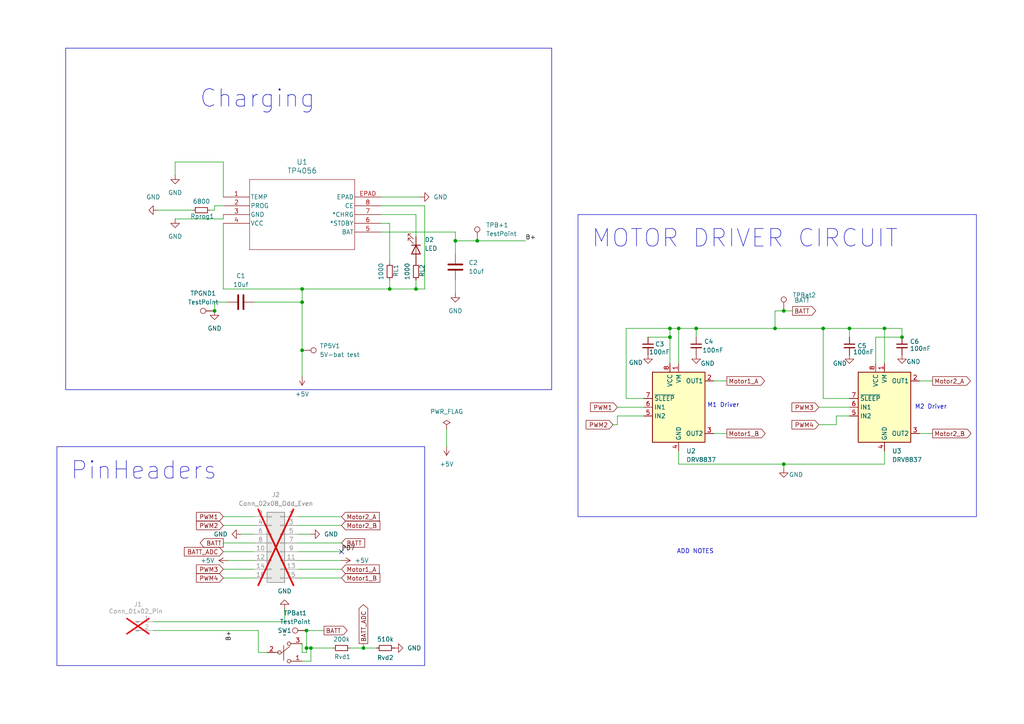
<source format=kicad_sch>
(kicad_sch (version 20231120) (generator "eeschema") (generator_version "8.0")
  (paper "A4")
  (title_block (title "Power Subsystem") (date "2024/04/01") (rev "1") (company "University Of Cape Town"))
  (lib_symbols
    (symbol "Connector:Conn_01x02_Pin" (pin_names (offset 1.016) hide)
      (property "Reference" "J" (at 0 2.54 0))
      (property "Value" "Conn_01x02_Pin" (at 0 -5.08 0))
      (symbol "Conn_01x02_Pin_1_1"
        (polyline (pts (xy 1.27 -2.54) (xy 0.8636 -2.54)) (stroke (width 0.1524)))
        (polyline (pts (xy 1.27 0) (xy 0.8636 0)) (stroke (width 0.1524)))
        (rectangle (start 0.8636 -2.413) (end 0 -2.667) (stroke (width 0.1524)) (fill (type outline)))
        (rectangle (start 0.8636 0.127) (end 0 -0.127) (stroke (width 0.1524)) (fill (type outline)))
        (pin passive line (at 5.08 0 180) (length 3.81) (name "Pin_1") (number "1"))
        (pin passive line (at 5.08 -2.54 180) (length 3.81) (name "Pin_2") (number "2"))
      )
    )
    (symbol "Connector:TestPoint" (pin_numbers hide) (pin_names (offset 0.762) hide)
      (property "Reference" "TP" (at 0 6.858 0))
      (property "Value" "TestPoint" (at 0 5.08 0))
      (symbol "TestPoint_0_1"
        (circle (center 0 3.302) (radius 0.762))
      )
      (symbol "TestPoint_1_1"
        (pin passive line (at 0 0 90) (length 2.54) (name "1") (number "1"))
      )
    )
    (symbol "Connector_Generic:Conn_02x08_Odd_Even" (pin_names (offset 1.016) hide)
      (property "Reference" "J" (at 1.27 10.16 0))
      (property "Value" "Conn_02x08_Odd_Even" (at 1.27 -12.7 0))
      (symbol "Conn_02x08_Odd_Even_1_1"
        (rectangle (start -1.27 -10.033) (end 0 -10.287) (stroke (width 0.1524)))
        (rectangle (start -1.27 -7.493) (end 0 -7.747) (stroke (width 0.1524)))
        (rectangle (start -1.27 -4.953) (end 0 -5.207) (stroke (width 0.1524)))
        (rectangle (start -1.27 -2.413) (end 0 -2.667) (stroke (width 0.1524)))
        (rectangle (start -1.27 0.127) (end 0 -0.127) (stroke (width 0.1524)))
        (rectangle (start -1.27 2.667) (end 0 2.413) (stroke (width 0.1524)))
        (rectangle (start -1.27 5.207) (end 0 4.953) (stroke (width 0.1524)))
        (rectangle (start -1.27 7.747) (end 0 7.493) (stroke (width 0.1524)))
        (rectangle (start -1.27 8.89) (end 3.81 -11.43) (stroke (width 0.254)) (fill (type background)))
        (rectangle (start 3.81 -10.033) (end 2.54 -10.287) (stroke (width 0.1524)))
        (rectangle (start 3.81 -7.493) (end 2.54 -7.747) (stroke (width 0.1524)))
        (rectangle (start 3.81 -4.953) (end 2.54 -5.207) (stroke (width 0.1524)))
        (rectangle (start 3.81 -2.413) (end 2.54 -2.667) (stroke (width 0.1524)))
        (rectangle (start 3.81 0.127) (end 2.54 -0.127) (stroke (width 0.1524)))
        (rectangle (start 3.81 2.667) (end 2.54 2.413) (stroke (width 0.1524)))
        (rectangle (start 3.81 5.207) (end 2.54 4.953) (stroke (width 0.1524)))
        (rectangle (start 3.81 7.747) (end 2.54 7.493) (stroke (width 0.1524)))
        (pin passive line (at -5.08 7.62 0) (length 3.81) (name "Pin_1") (number "1"))
        (pin passive line (at 7.62 -2.54 180) (length 3.81) (name "Pin_10") (number "10"))
        (pin passive line (at -5.08 -5.08 0) (length 3.81) (name "Pin_11") (number "11"))
        (pin passive line (at 7.62 -5.08 180) (length 3.81) (name "Pin_12") (number "12"))
        (pin passive line (at -5.08 -7.62 0) (length 3.81) (name "Pin_13") (number "13"))
        (pin passive line (at 7.62 -7.62 180) (length 3.81) (name "Pin_14") (number "14"))
        (pin passive line (at -5.08 -10.16 0) (length 3.81) (name "Pin_15") (number "15"))
        (pin passive line (at 7.62 -10.16 180) (length 3.81) (name "Pin_16") (number "16"))
        (pin passive line (at 7.62 7.62 180) (length 3.81) (name "Pin_2") (number "2"))
        (pin passive line (at -5.08 5.08 0) (length 3.81) (name "Pin_3") (number "3"))
        (pin passive line (at 7.62 5.08 180) (length 3.81) (name "Pin_4") (number "4"))
        (pin passive line (at -5.08 2.54 0) (length 3.81) (name "Pin_5") (number "5"))
        (pin passive line (at 7.62 2.54 180) (length 3.81) (name "Pin_6") (number "6"))
        (pin passive line (at -5.08 0 0) (length 3.81) (name "Pin_7") (number "7"))
        (pin passive line (at 7.62 0 180) (length 3.81) (name "Pin_8") (number "8"))
        (pin passive line (at -5.08 -2.54 0) (length 3.81) (name "Pin_9") (number "9"))
      )
    )
    (symbol "Device:C" (pin_numbers hide) (pin_names (offset 0.254))
      (property "Reference" "C" (at 0.635 2.54 0))
      (property "Value" "C" (at 0.635 -2.54 0))
      (symbol "C_0_1"
        (polyline (pts (xy -2.032 -0.762) (xy 2.032 -0.762)) (stroke (width 0.508)))
        (polyline (pts (xy -2.032 0.762) (xy 2.032 0.762)) (stroke (width 0.508)))
      )
      (symbol "C_1_1"
        (pin passive line (at 0 3.81 270) (length 2.794) (name "~") (number "1"))
        (pin passive line (at 0 -3.81 90) (length 2.794) (name "~") (number "2"))
      )
    )
    (symbol "Device:C_Small" (pin_numbers hide) (pin_names (offset 0.254) hide)
      (property "Reference" "C" (at 0.254 1.778 0))
      (property "Value" "C_Small" (at 0.254 -2.032 0))
      (symbol "C_Small_0_1"
        (polyline (pts (xy -1.524 -0.508) (xy 1.524 -0.508)) (stroke (width 0.3302)))
        (polyline (pts (xy -1.524 0.508) (xy 1.524 0.508)) (stroke (width 0.3048)))
      )
      (symbol "C_Small_1_1"
        (pin passive line (at 0 2.54 270) (length 2.032) (name "~") (number "1"))
        (pin passive line (at 0 -2.54 90) (length 2.032) (name "~") (number "2"))
      )
    )
    (symbol "Device:LED" (pin_numbers hide) (pin_names (offset 1.016) hide)
      (property "Reference" "D" (at 0 2.54 0))
      (property "Value" "LED" (at 0 -2.54 0))
      (symbol "LED_0_1"
        (polyline (pts (xy -1.27 -1.27) (xy -1.27 1.27)) (stroke (width 0.254)))
        (polyline (pts (xy -1.27 0) (xy 1.27 0)))
        (polyline (pts (xy 1.27 -1.27) (xy 1.27 1.27) (xy -1.27 0) (xy 1.27 -1.27)) (stroke (width 0.254)))
        (polyline (pts (xy -3.048 -0.762) (xy -4.572 -2.286) (xy -3.81 -2.286) (xy -4.572 -2.286) (xy -4.572 -1.524)))
        (polyline (pts (xy -1.778 -0.762) (xy -3.302 -2.286) (xy -2.54 -2.286) (xy -3.302 -2.286) (xy -3.302 -1.524)))
      )
      (symbol "LED_1_1"
        (pin passive line (at -3.81 0 0) (length 2.54) (name "K") (number "1"))
        (pin passive line (at 3.81 0 180) (length 2.54) (name "A") (number "2"))
      )
    )
    (symbol "Device:R_Small" (pin_numbers hide) (pin_names (offset 0.254) hide)
      (property "Reference" "R" (at 0.762 0.508 0))
      (property "Value" "R_Small" (at 0.762 -1.016 0))
      (symbol "R_Small_0_1"
        (rectangle (start -0.762 1.778) (end 0.762 -1.778) (stroke (width 0.2032)))
      )
      (symbol "R_Small_1_1"
        (pin passive line (at 0 2.54 270) (length 0.762) (name "~") (number "1"))
        (pin passive line (at 0 -2.54 90) (length 0.762) (name "~") (number "2"))
      )
    )
    (symbol "Driver_Motor:DRV8837"
      (property "Reference" "U" (at 6.35 11.43 0))
      (property "Value" "DRV8837" (at -10.16 11.43 0))
      (symbol "DRV8837_0_1"
        (rectangle (start -7.62 10.16) (end 7.62 -10.16) (stroke (width 0.254)) (fill (type background)))
      )
      (symbol "DRV8837_1_1"
        (pin power_in line (at 0 12.7 270) (length 2.54) (name "VM") (number "1"))
        (pin output line (at 10.16 7.62 180) (length 2.54) (name "OUT1") (number "2"))
        (pin output line (at 10.16 -7.62 180) (length 2.54) (name "OUT2") (number "3"))
        (pin power_in line (at 0 -12.7 90) (length 2.54) (name "GND") (number "4"))
        (pin input line (at -10.16 -2.54 0) (length 2.54) (name "IN2") (number "5"))
        (pin input line (at -10.16 0 0) (length 2.54) (name "IN1") (number "6"))
        (pin input line (at -10.16 2.54 0) (length 2.54) (name "~{SLEEP}") (number "7"))
        (pin power_in line (at -2.54 12.7 270) (length 2.54) (name "VCC") (number "8"))
        (pin passive line (at 0 -12.7 90) (length 2.54) hide (name "GND") (number "9"))
      )
    )
    (symbol "TP4056-42-ESOP8:MT-0-103-F001-T000-RS+PJ"
      (property "Reference" "SW1" (at -2.286 5.588 0))
      (symbol "MT-0-103-F001-T000-RS+PJ_1_0"
        (circle (center -2.54 -1.27) (radius 0.508))
        (polyline (pts (xy -2.54 -1.778) (xy -2.54 -2.54)))
        (polyline (pts (xy -2.286 0.254) (xy 2.032 0.254)))
        (polyline (pts (xy -0.254 1.016) (xy 1.778 -1.524)))
        (polyline (pts (xy 0 2.032) (xy 0 2.54)))
        (polyline (pts (xy 2.54 -1.778) (xy 2.54 -2.54)))
        (circle (center 0 1.524) (radius 0.508))
        (circle (center 2.54 -1.27) (radius 0.508))
        (pin passive line (at -2.54 -5.08 90) (length 2.54) (name "1") (number "1"))
        (pin passive line (at 0 5.08 270) (length 2.54) (name "2") (number "2"))
        (pin passive line (at 2.54 -5.08 90) (length 2.54) (name "3") (number "3"))
      )
    )
    (symbol "TP4056_1" (pin_names (offset 0.254))
      (property "Reference" "U" (at 22.86 10.16 0))
      (property "Value" "TP4056" (at 22.86 7.62 0))
      (symbol "TP4056_1_0_1"
        (polyline (pts (xy 7.62 -15.24) (xy 38.1 -15.24)) (stroke (width 0.127)))
        (polyline (pts (xy 7.62 5.08) (xy 7.62 -15.24)) (stroke (width 0.127)))
        (polyline (pts (xy 38.1 -15.24) (xy 38.1 5.08)) (stroke (width 0.127)))
        (polyline (pts (xy 38.1 5.08) (xy 7.62 5.08)) (stroke (width 0.127)))
        (pin input line (at 0 0 0) (length 7.62) (name "TEMP") (number "1"))
        (pin power_out line (at 0 -5.08 0) (length 7.62) (name "GND") (number "3"))
        (pin power_in line (at 0 -7.62 0) (length 7.62) (name "VCC") (number "4"))
        (pin power_in line (at 45.72 -10.16 180) (length 7.62) (name "BAT") (number "5"))
        (pin input line (at 45.72 -2.54 180) (length 7.62) (name "CE") (number "8"))
      )
      (symbol "TP4056_1_1_1"
        (pin passive line (at 0 -2.54 0) (length 7.62) (name "PROG") (number "2"))
        (pin output line (at 45.72 -7.62 180) (length 7.62) (name "*STDBY") (number "6"))
        (pin output line (at 45.72 -5.08 180) (length 7.62) (name "*CHRG") (number "7"))
        (pin passive line (at 45.72 0 180) (length 7.62) (name "EPAD") (number "EPAD"))
      )
    )
    (symbol "power:+5V" (power) (pin_numbers hide) (pin_names (offset 0) hide)
      (property "Value" "+5V" (at 0 3.556 0))
      (symbol "+5V_0_1"
        (polyline (pts (xy -0.762 1.27) (xy 0 2.54)))
        (polyline (pts (xy 0 0) (xy 0 2.54)))
        (polyline (pts (xy 0 2.54) (xy 0.762 1.27)))
      )
      (symbol "+5V_1_1"
        (pin power_in line (at 0 0 90) (length 0) (name "~") (number "1"))
      )
    )
    (symbol "power:GND" (power) (pin_numbers hide) (pin_names (offset 0) hide)
      (property "Value" "GND" (at 0 -3.81 0))
      (symbol "GND_0_1"
        (polyline (pts (xy 0 0) (xy 0 -1.27) (xy 1.27 -1.27) (xy 0 -2.54) (xy -1.27 -1.27) (xy 0 -1.27)))
      )
      (symbol "GND_1_1"
        (pin power_in line (at 0 0 270) (length 0) (name "~") (number "1"))
      )
    )
    (symbol "power:PWR_FLAG" (power) (pin_numbers hide) (pin_names (offset 0) hide)
      (property "Value" "PWR_FLAG" (at 0 3.81 0))
      (symbol "PWR_FLAG_0_0"
        (pin power_out line (at 0 0 90) (length 0) (name "~") (number "1"))
      )
      (symbol "PWR_FLAG_0_1"
        (polyline (pts (xy 0 0) (xy 0 1.27) (xy -1.016 1.905) (xy 0 2.54) (xy 1.016 1.905) (xy 0 1.27)))
      )
    )
  )
  (junction (at 138.43 69.85))
  (junction (at 256.54 95.25))
  (junction (at 196.85 95.25))
  (junction (at 227.33 90.17))
  (junction (at 227.33 134.62))
  (junction (at 87.63 101.6))
  (junction (at 113.03 83.82))
  (junction (at 246.38 95.25))
  (junction (at 87.63 87.63))
  (junction (at 201.93 95.25))
  (junction (at 105.41 187.96))
  (junction (at 194.31 97.79))
  (junction (at 87.63 83.82))
  (junction (at 88.9 187.96))
  (junction (at 224.79 95.25))
  (junction (at 120.65 83.82))
  (junction (at 238.76 95.25))
  (junction (at 88.9 182.88))
  (junction (at 62.23 90.17))
  (junction (at 261.62 97.79))
  (junction (at 194.31 95.25))
  (junction (at 132.08 69.85))
  (junction (at 90.17 187.96))
  (no_connect (at 99.06 160.02))
  (wire (pts (xy 113.03 64.77) (xy 113.03 76.2)))
  (wire (pts (xy 73.66 157.48) (xy 64.77 157.48)))
  (wire (pts (xy 132.08 69.85) (xy 132.08 73.66)))
  (wire (pts (xy 224.79 95.25) (xy 238.76 95.25)))
  (wire (pts (xy 99.06 149.86) (xy 86.36 149.86)))
  (wire (pts (xy 256.54 130.81) (xy 256.54 134.62)))
  (wire (pts (xy 181.61 95.25) (xy 181.61 115.57)))
  (wire (pts (xy 50.8 46.99) (xy 50.8 50.8)))
  (wire (pts (xy 181.61 95.25) (xy 194.31 95.25)))
  (wire (pts (xy 123.19 83.82) (xy 123.19 59.69)))
  (wire (pts (xy 44.45 180.34) (xy 82.55 180.34)))
  (wire (pts (xy 99.06 167.64) (xy 86.36 167.64)))
  (wire (pts (xy 179.07 123.19) (xy 179.07 120.65)))
  (wire (pts (xy 73.66 167.64) (xy 64.77 167.64)))
  (wire (pts (xy 256.54 95.25) (xy 261.62 95.25)))
  (wire (pts (xy 177.8 123.19) (xy 179.07 123.19)))
  (wire (pts (xy 101.6 187.96) (xy 105.41 187.96)))
  (wire (pts (xy 132.08 67.31) (xy 132.08 69.85)))
  (wire (pts (xy 242.57 120.65) (xy 246.38 120.65)))
  (wire (pts (xy 194.31 95.25) (xy 194.31 97.79)))
  (wire (pts (xy 254 97.79) (xy 254 105.41)))
  (wire (pts (xy 120.65 83.82) (xy 123.19 83.82)))
  (wire (pts (xy 62.23 59.69) (xy 64.77 59.69)))
  (wire (pts (xy 242.57 123.19) (xy 242.57 120.65)))
  (wire (pts (xy 132.08 81.28) (xy 132.08 85.09)))
  (wire (pts (xy 99.06 157.48) (xy 86.36 157.48)))
  (wire (pts (xy 201.93 95.25) (xy 201.93 97.79)))
  (wire (pts (xy 181.61 115.57) (xy 186.69 115.57)))
  (wire (pts (xy 87.63 101.6) (xy 87.63 109.22)))
  (wire (pts (xy 99.06 160.02) (xy 86.36 160.02)))
  (wire (pts (xy 45.72 60.96) (xy 55.88 60.96)))
  (wire (pts (xy 105.41 187.96) (xy 109.22 187.96)))
  (wire (pts (xy 110.49 67.31) (xy 132.08 67.31)))
  (wire (pts (xy 224.79 90.17) (xy 227.33 90.17)))
  (wire (pts (xy 194.31 95.25) (xy 196.85 95.25)))
  (wire (pts (xy 187.96 97.79) (xy 194.31 97.79)))
  (wire (pts (xy 90.17 191.77) (xy 90.17 187.96)))
  (wire (pts (xy 99.06 152.4) (xy 86.36 152.4)))
  (wire (pts (xy 64.77 46.99) (xy 50.8 46.99)))
  (wire (pts (xy 207.01 110.49) (xy 210.82 110.49)))
  (wire (pts (xy 256.54 134.62) (xy 227.33 134.62)))
  (wire (pts (xy 88.9 187.96) (xy 90.17 187.96)))
  (wire (pts (xy 194.31 105.41) (xy 194.31 97.79)))
  (wire (pts (xy 87.63 83.82) (xy 113.03 83.82)))
  (wire (pts (xy 73.66 165.1) (xy 64.77 165.1)))
  (wire (pts (xy 74.93 189.23) (xy 77.47 189.23)))
  (wire (pts (xy 227.33 134.62) (xy 227.33 135.89)))
  (wire (pts (xy 88.9 189.23) (xy 88.9 187.96)))
  (wire (pts (xy 73.66 87.63) (xy 87.63 87.63)))
  (wire (pts (xy 110.49 57.15) (xy 121.92 57.15)))
  (wire (pts (xy 87.63 83.82) (xy 87.63 87.63)))
  (wire (pts (xy 87.63 186.69) (xy 87.63 189.23)))
  (wire (pts (xy 88.9 182.88) (xy 93.98 182.88)))
  (wire (pts (xy 227.33 134.62) (xy 196.85 134.62)))
  (wire (pts (xy 237.49 123.19) (xy 242.57 123.19)))
  (wire (pts (xy 66.04 87.63) (xy 62.23 87.63)))
  (wire (pts (xy 73.66 152.4) (xy 64.77 152.4)))
  (wire (pts (xy 82.55 176.53) (xy 82.55 180.34)))
  (wire (pts (xy 113.03 83.82) (xy 113.03 81.28)))
  (wire (pts (xy 266.7 110.49) (xy 270.51 110.49)))
  (wire (pts (xy 196.85 95.25) (xy 201.93 95.25)))
  (wire (pts (xy 238.76 95.25) (xy 246.38 95.25)))
  (wire (pts (xy 266.7 125.73) (xy 270.51 125.73)))
  (wire (pts (xy 64.77 63.5) (xy 64.77 62.23)))
  (wire (pts (xy 179.07 118.11) (xy 186.69 118.11)))
  (wire (pts (xy 44.45 182.88) (xy 74.93 182.88)))
  (wire (pts (xy 73.66 154.94) (xy 69.85 154.94)))
  (wire (pts (xy 224.79 90.17) (xy 224.79 95.25)))
  (wire (pts (xy 120.65 83.82) (xy 120.65 81.28)))
  (wire (pts (xy 60.96 60.96) (xy 62.23 60.96)))
  (wire (pts (xy 87.63 191.77) (xy 90.17 191.77)))
  (wire (pts (xy 73.66 149.86) (xy 64.77 149.86)))
  (wire (pts (xy 254 97.79) (xy 261.62 97.79)))
  (wire (pts (xy 87.63 189.23) (xy 88.9 189.23)))
  (wire (pts (xy 110.49 64.77) (xy 113.03 64.77)))
  (wire (pts (xy 64.77 63.5) (xy 50.8 63.5)))
  (wire (pts (xy 261.62 95.25) (xy 261.62 97.79)))
  (wire (pts (xy 90.17 154.94) (xy 86.36 154.94)))
  (wire (pts (xy 99.06 165.1) (xy 86.36 165.1)))
  (wire (pts (xy 246.38 95.25) (xy 256.54 95.25)))
  (wire (pts (xy 138.43 69.85) (xy 152.4 69.85)))
  (wire (pts (xy 129.54 124.46) (xy 129.54 129.54)))
  (wire (pts (xy 73.66 160.02) (xy 64.77 160.02)))
  (wire (pts (xy 73.66 162.56) (xy 66.04 162.56)))
  (wire (pts (xy 256.54 95.25) (xy 256.54 105.41)))
  (wire (pts (xy 120.65 68.58) (xy 120.65 62.23)))
  (wire (pts (xy 62.23 87.63) (xy 62.23 90.17)))
  (wire (pts (xy 238.76 115.57) (xy 246.38 115.57)))
  (wire (pts (xy 87.63 87.63) (xy 87.63 101.6)))
  (wire (pts (xy 64.77 64.77) (xy 64.77 83.82)))
  (wire (pts (xy 105.41 186.69) (xy 105.41 187.96)))
  (wire (pts (xy 224.79 95.25) (xy 201.93 95.25)))
  (wire (pts (xy 113.03 83.82) (xy 120.65 83.82)))
  (wire (pts (xy 207.01 125.73) (xy 210.82 125.73)))
  (wire (pts (xy 110.49 62.23) (xy 120.65 62.23)))
  (wire (pts (xy 64.77 46.99) (xy 64.77 57.15)))
  (wire (pts (xy 227.33 90.17) (xy 229.87 90.17)))
  (wire (pts (xy 196.85 134.62) (xy 196.85 130.81)))
  (wire (pts (xy 62.23 60.96) (xy 62.23 59.69)))
  (wire (pts (xy 179.07 120.65) (xy 186.69 120.65)))
  (wire (pts (xy 196.85 95.25) (xy 196.85 105.41)))
  (wire (pts (xy 88.9 187.96) (xy 88.9 182.88)))
  (wire (pts (xy 237.49 118.11) (xy 246.38 118.11)))
  (wire (pts (xy 74.93 189.23) (xy 74.93 182.88)))
  (wire (pts (xy 132.08 69.85) (xy 138.43 69.85)))
  (wire (pts (xy 90.17 187.96) (xy 96.52 187.96)))
  (wire (pts (xy 123.19 59.69) (xy 110.49 59.69)))
  (wire (pts (xy 64.77 83.82) (xy 87.63 83.82)))
  (wire (pts (xy 246.38 95.25) (xy 246.38 97.79)))
  (wire (pts (xy 238.76 115.57) (xy 238.76 95.25)))
  (wire (pts (xy 86.36 162.56) (xy 99.06 162.56)))
  (text_box "" (at 19.05 13.97 0) (size 140.97 99.06) (effects (font (size 1.27 1.27)) (justify left top)))
  (text_box "PinHeaders\n" (at 16.51 129.54 0) (size 106.68 63.5) (effects (font (size 5.08 5.08)) (justify left top)))
  (text_box "MOTOR DRIVER CIRCUIT" (at 167.64 62.23 0) (size 115.57 87.63) (effects (font (size 5.08 5.08)) (justify left top)))
  (text "ADD NOTES" (at 201.676 160.02 0) (effects (font (size 1.27 1.27))))
  (text "M1 Driver" (at 209.804 117.602 0) (effects (font (size 1.27 1.27))))
  (text "M2 Driver" (at 270.002 118.11 0) (effects (font (size 1.27 1.27))))
  (text "Charging" (at 74.676 28.702 0) (effects (font (size 5.08 5.08))))
  (label "PD7" (at 99.06 160.02 0))
  (label "B+" (at 67.31 182.88 270))
  (label "B+" (at 152.4 69.85 0))
  (global_label "BATT_ADC" (shape output) (at 105.41 186.69 90) (property "Intersheetrefs" "${INTERSHEET_REFS}" (effects (hide yes))))
  (global_label "PWM4" (shape input) (at 237.49 123.19 180) (property "Intersheetrefs" "${INTERSHEET_REFS}" (effects (hide yes))))
  (global_label "BATT" (shape output) (at 93.98 182.88 0) (property "Intersheetrefs" "${INTERSHEET_REFS}" (effects (hide yes))))
  (global_label "Motor2_B" (shape output) (at 270.51 125.73 0) (property "Intersheetrefs" "${INTERSHEET_REFS}" (effects (hide yes))))
  (global_label "PWM2" (shape input) (at 64.77 152.4 180) (property "Intersheetrefs" "${INTERSHEET_REFS}" (effects (hide yes))))
  (global_label "BATT" (shape output) (at 64.77 157.48 180) (property "Intersheetrefs" "${INTERSHEET_REFS}" (effects (hide yes))))
  (global_label "PWM2" (shape input) (at 177.8 123.19 180) (property "Intersheetrefs" "${INTERSHEET_REFS}" (effects (hide yes))))
  (global_label "BATT" (shape output) (at 229.87 90.17 0) (property "Intersheetrefs" "${INTERSHEET_REFS}" (effects (hide yes))))
  (global_label "BATT_ADC" (shape input) (at 64.77 160.02 180) (property "Intersheetrefs" "${INTERSHEET_REFS}" (effects (hide yes))))
  (global_label "Motor2_A" (shape output) (at 270.51 110.49 0) (property "Intersheetrefs" "${INTERSHEET_REFS}" (effects (hide yes))))
  (global_label "Motor2_A" (shape input) (at 99.06 149.86 0) (property "Intersheetrefs" "${INTERSHEET_REFS}" (effects (hide yes))))
  (global_label "BATT" (shape input) (at 99.06 157.48 0) (property "Intersheetrefs" "${INTERSHEET_REFS}" (effects (hide yes))))
  (global_label "PWM3" (shape input) (at 64.77 165.1 180) (property "Intersheetrefs" "${INTERSHEET_REFS}" (effects (hide yes))))
  (global_label "PWM3" (shape input) (at 237.49 118.11 180) (property "Intersheetrefs" "${INTERSHEET_REFS}" (effects (hide yes))))
  (global_label "Motor1_B" (shape output) (at 210.82 125.73 0) (property "Intersheetrefs" "${INTERSHEET_REFS}" (effects (hide yes))))
  (global_label "Motor1_A" (shape input) (at 99.06 165.1 0) (property "Intersheetrefs" "${INTERSHEET_REFS}" (effects (hide yes))))
  (global_label "PWM1" (shape input) (at 64.77 149.86 180) (property "Intersheetrefs" "${INTERSHEET_REFS}" (effects (hide yes))))
  (global_label "PWM1" (shape input) (at 179.07 118.11 180) (property "Intersheetrefs" "${INTERSHEET_REFS}" (effects (hide yes))))
  (global_label "Motor1_B" (shape input) (at 99.06 167.64 0) (property "Intersheetrefs" "${INTERSHEET_REFS}" (effects (hide yes))))
  (global_label "Motor1_A" (shape output) (at 210.82 110.49 0) (property "Intersheetrefs" "${INTERSHEET_REFS}" (effects (hide yes))))
  (global_label "Motor2_B" (shape input) (at 99.06 152.4 0) (property "Intersheetrefs" "${INTERSHEET_REFS}" (effects (hide yes))))
  (global_label "PWM4" (shape input) (at 64.77 167.64 180) (property "Intersheetrefs" "${INTERSHEET_REFS}" (effects (hide yes))))
  (symbol (lib_id "power:GND") (at 62.23 90.17 0) (unit 1)
    (property "Reference" "#PWR04" (effects (hide yes)))
    (property "Value" "GND" (at 62.23 95.25 0))
    (property "Description" "Power symbol creates a global label with name \"GND\" , ground" (effects (hide yes)))
  )
  (symbol (lib_id "power:GND") (at 50.8 63.5 0) (unit 1)
    (property "Reference" "#PWR03" (effects (hide yes)))
    (property "Value" "GND" (at 50.8 68.58 0))
    (property "Description" "Power symbol creates a global label with name \"GND\" , ground" (effects (hide yes)))
  )
  (symbol (lib_id "Device:R_Small") (at 58.42 60.96 270) (unit 1)
    (property "Reference" "Rprog1" (at 58.674 62.738 90))
    (property "Value" "6800" (at 58.42 58.42 90))
    (property "Footprint" "Resistor_SMD:R_0805_2012Metric" (effects (hide yes)))
    (property "Description" "Resistor, small symbol" (effects (hide yes)))
  )
  (symbol (lib_id "Connector:Conn_01x02_Pin") (at 39.37 180.34 0) (unit 1) (dnp yes)
    (property "Reference" "J1" (at 40.005 175.26 0))
    (property "Value" "Conn_01x02_Pin" (at 39.37 177.292 0))
    (property "Footprint" "Connector_PinHeader_2.00mm:PinHeader_1x02_P2.00mm_Vertical" (effects (hide yes)))
    (property "Description" "Generic connector, single row, 01x02, script generated" (effects (hide yes)))
  )
  (symbol (lib_id "Device:R_Small") (at 113.03 78.74 0) (unit 1)
    (property "Reference" "RL1" (at 114.808 78.486 90))
    (property "Value" "1000" (at 110.49 78.74 90))
    (property "Footprint" "Resistor_SMD:R_0805_2012Metric" (effects (hide yes)))
    (property "Description" "Resistor, small symbol" (effects (hide yes)))
  )
  (symbol (lib_id "power:GND") (at 227.33 135.89 0) (unit 1)
    (property "Reference" "#PWR017" (effects (hide yes)))
    (property "Value" "GND" (at 230.886 137.668 0))
    (property "Description" "Power symbol creates a global label with name \"GND\" , ground" (effects (hide yes)))
  )
  (symbol (lib_id "Device:C_Small") (at 261.62 100.33 0) (unit 1)
    (property "Reference" "C6" (at 263.906 99.06 0) (effects (justify left)))
    (property "Value" "100nF" (at 263.906 101.092 0) (effects (justify left)))
    (property "Footprint" "Capacitor_SMD:C_0805_2012Metric" (effects (hide yes)))
    (property "Description" "Unpolarized capacitor, small symbol" (effects (hide yes)))
  )
  (symbol (lib_id "Device:C_Small") (at 246.38 100.33 0) (unit 1)
    (property "Reference" "C5" (at 248.666 100.33 0) (effects (justify left)))
    (property "Value" "100nF" (at 247.396 102.108 0) (effects (justify left)))
    (property "Footprint" "Capacitor_SMD:C_0805_2012Metric" (effects (hide yes)))
    (property "Description" "Unpolarized capacitor, small symbol" (effects (hide yes)))
  )
  (symbol (lib_id "power:GND") (at 82.55 176.53 180) (unit 1)
    (property "Reference" "#PWR07" (effects (hide yes)))
    (property "Value" "GND" (at 82.55 171.45 0))
    (property "Description" "Power symbol creates a global label with name \"GND\" , ground" (effects (hide yes)))
  )
  (symbol (lib_id "Device:C_Small") (at 187.96 100.33 0) (unit 1)
    (property "Reference" "C3" (at 189.992 99.822 0) (effects (justify left)))
    (property "Value" "100nF" (at 188.214 102.108 0) (effects (justify left)))
    (property "Footprint" "Capacitor_SMD:C_0805_2012Metric" (effects (hide yes)))
    (property "Description" "Unpolarized capacitor, small symbol" (effects (hide yes)))
  )
  (symbol (lib_id "Connector:TestPoint") (at 87.63 101.6 270) (unit 1)
    (property "Reference" "TP5V1" (at 92.71 100.3299 90) (effects (justify left)))
    (property "Value" "5V-bat test" (at 92.71 102.8699 90) (effects (justify left)))
    (property "Footprint" "TestPoint:TestPoint_Pad_D2.5mm" (effects (hide yes)))
    (property "Description" "test point" (effects (hide yes)))
  )
  (symbol (lib_id "power:GND") (at 246.38 102.87 0) (unit 1)
    (property "Reference" "#PWR018" (effects (hide yes)))
    (property "Value" "GND" (at 243.586 105.41 0))
    (property "Description" "Power symbol creates a global label with name \"GND\" , ground" (effects (hide yes)))
  )
  (symbol (lib_id "power:GND") (at 261.62 102.87 0) (unit 1)
    (property "Reference" "#PWR019" (effects (hide yes)))
    (property "Value" "GND" (at 264.922 104.902 0))
    (property "Description" "Power symbol creates a global label with name \"GND\" , ground" (effects (hide yes)))
  )
  (symbol (lib_id "Device:C_Small") (at 201.93 100.33 0) (unit 1)
    (property "Reference" "C4" (at 204.216 99.06 0) (effects (justify left)))
    (property "Value" "100nF" (at 203.708 101.6 0) (effects (justify left)))
    (property "Footprint" "Capacitor_SMD:C_0805_2012Metric" (effects (hide yes)))
    (property "Description" "Unpolarized capacitor, small symbol" (effects (hide yes)))
  )
  (symbol (lib_id "power:+5V") (at 129.54 129.54 180) (unit 1)
    (property "Reference" "#PWR013" (effects (hide yes)))
    (property "Value" "+5V" (at 129.54 134.62 0))
    (property "Description" "Power symbol creates a global label with name \"+5V\"" (effects (hide yes)))
  )
  (symbol (lib_id "power:GND") (at 90.17 154.94 90) (mirror x) (unit 1)
    (property "Reference" "#PWR09" (effects (hide yes)))
    (property "Value" "GND" (at 93.98 154.9399 90) (effects (justify right)))
    (property "Description" "Power symbol creates a global label with name \"GND\" , ground" (effects (hide yes)))
  )
  (symbol (lib_id "Device:LED") (at 120.65 72.39 270) (unit 1)
    (property "Reference" "D2" (at 123.19 69.5324 90) (effects (justify left)))
    (property "Value" "LED" (at 123.19 72.0724 90) (effects (justify left)))
    (property "Footprint" "LED_SMD:LED_0805_2012Metric" (effects (hide yes)))
    (property "Description" "Light emitting diode" (effects (hide yes)))
  )
  (symbol (lib_id "power:+5V") (at 99.06 162.56 270) (unit 1)
    (property "Reference" "#PWR010" (effects (hide yes)))
    (property "Value" "+5V" (at 102.87 162.5599 90) (effects (justify left)))
    (property "Description" "Power symbol creates a global label with name \"+5V\"" (effects (hide yes)))
  )
  (symbol (lib_id "power:GND") (at 132.08 85.09 0) (unit 1)
    (property "Reference" "#PWR014" (effects (hide yes)))
    (property "Value" "GND" (at 132.08 90.17 0))
    (property "Description" "Power symbol creates a global label with name \"GND\" , ground" (effects (hide yes)))
  )
  (symbol (lib_id "Device:C") (at 69.85 87.63 270) (unit 1)
    (property "Reference" "C1" (at 69.85 80.01 90))
    (property "Value" "10uf" (at 69.85 82.55 90))
    (property "Footprint" "Capacitor_SMD:C_0805_2012Metric" (effects (hide yes)))
    (property "Description" "Unpolarized capacitor" (effects (hide yes)))
  )
  (symbol (lib_id "power:GND") (at 50.8 50.8 0) (unit 1)
    (property "Reference" "#PWR02" (effects (hide yes)))
    (property "Value" "GND" (at 50.8 55.88 0))
    (property "Description" "Power symbol creates a global label with name \"GND\" , ground" (effects (hide yes)))
  )
  (symbol (lib_id "Driver_Motor:DRV8837") (at 256.54 118.11 0) (unit 1)
    (property "Reference" "U3" (at 258.7341 130.81 0) (effects (justify left)))
    (property "Value" "DRV8837" (at 258.7341 133.35 0) (effects (justify left)))
    (property "Footprint" "Package_SON:WSON-8-1EP_2x2mm_P0.5mm_EP0.9x1.6mm" (effects (hide yes)))
    (property "Datasheet" "http://www.ti.com/lit/ds/symlink/drv8837.pdf" (effects (hide yes)))
    (property "Description" "H-Bridge driver, 1.8A, Low Voltage, PWM input, WSON-8" (effects (hide yes)))
  )
  (symbol (lib_id "Connector_Generic:Conn_02x08_Odd_Even") (at 81.28 157.48 0) (mirror y) (unit 1) (dnp yes)
    (property "Reference" "J2" (at 80.01 143.51 0))
    (property "Value" "Conn_02x08_Odd_Even" (at 80.01 146.05 0))
    (property "Footprint" "Connector_PinHeader_2.54mm:PinHeader_2x08_P2.54mm_Vertical" (effects (hide yes)))
    (property "Description" "Generic connector, double row, 02x08, odd/even pin numbering scheme (row 1 odd numbers, row 2 even numbers), script generated (kicad-library-utils/schlib/autogen/connector/)" (effects (hide yes)))
  )
  (symbol (lib_id "power:GND") (at 201.93 102.87 0) (unit 1)
    (property "Reference" "#PWR016" (effects (hide yes)))
    (property "Value" "GND" (at 205.232 105.41 0))
    (property "Description" "Power symbol creates a global label with name \"GND\" , ground" (effects (hide yes)))
  )
  (symbol (lib_id "power:GND") (at 45.72 60.96 270) (unit 1)
    (property "Reference" "#PWR01" (effects (hide yes)))
    (property "Value" "GND" (at 44.45 57.15 90))
    (property "Description" "Power symbol creates a global label with name \"GND\" , ground" (effects (hide yes)))
  )
  (symbol (lib_id "power:+5V") (at 87.63 109.22 180) (unit 1)
    (property "Reference" "#PWR08" (effects (hide yes)))
    (property "Value" "+5V" (at 87.63 114.3 0))
    (property "Description" "Power symbol creates a global label with name \"+5V\"" (effects (hide yes)))
  )
  (symbol (lib_id "power:GND") (at 114.3 187.96 90) (unit 1)
    (property "Reference" "#PWR011" (effects (hide yes)))
    (property "Value" "GND" (at 118.11 187.9599 90) (effects (justify right)))
    (property "Description" "Power symbol creates a global label with name \"GND\" , ground" (effects (hide yes)))
  )
  (symbol (lib_id "TP4056-42-ESOP8:MT-0-103-F001-T000-RS+PJ") (at 82.55 189.23 90) (unit 1)
    (property "Reference" "SW1" (at 82.55 182.88 90))
    (property "Value" "~" (at 82.55 184.15 90))
    (property "Footprint" "TP4056-42-ESOP8:SW-TH_MT-0-103-A101-M200-RS" (effects (hide yes)))
  )
  (symbol (lib_id "power:PWR_FLAG") (at 129.54 124.46 0) (unit 1)
    (property "Reference" "#FLG01" (effects (hide yes)))
    (property "Value" "PWR_FLAG" (at 129.54 119.38 0))
    (property "Description" "Special symbol for telling ERC where power comes from" (effects (hide yes)))
  )
  (symbol (lib_id "Connector:TestPoint") (at 62.23 90.17 90) (unit 1)
    (property "Reference" "TPGND1" (at 58.928 85.09 90))
    (property "Value" "TestPoint" (at 58.928 87.63 90))
    (property "Footprint" "TestPoint:TestPoint_Pad_D2.5mm" (effects (hide yes)))
    (property "Description" "test point" (effects (hide yes)))
  )
  (symbol (lib_id "Device:C") (at 132.08 77.47 180) (unit 1)
    (property "Reference" "C2" (at 135.89 76.1999 0) (effects (justify right)))
    (property "Value" "10uf" (at 135.89 78.7399 0) (effects (justify right)))
    (property "Footprint" "Capacitor_SMD:C_0805_2012Metric" (effects (hide yes)))
    (property "Description" "Unpolarized capacitor" (effects (hide yes)))
  )
  (symbol (lib_id "power:GND") (at 69.85 154.94 270) (mirror x) (unit 1)
    (property "Reference" "#PWR06" (effects (hide yes)))
    (property "Value" "GND" (at 66.04 154.9399 90) (effects (justify right)))
    (property "Description" "Power symbol creates a global label with name \"GND\" , ground" (effects (hide yes)))
  )
  (symbol (lib_id "power:GND") (at 121.92 57.15 90) (unit 1)
    (property "Reference" "#PWR012" (effects (hide yes)))
    (property "Value" "GND" (at 125.73 57.1499 90) (effects (justify right)))
    (property "Description" "Power symbol creates a global label with name \"GND\" , ground" (effects (hide yes)))
  )
  (symbol (lib_id "Device:R_Small") (at 111.76 187.96 90) (unit 1)
    (property "Reference" "Rvd2" (at 111.76 190.754 90))
    (property "Value" "510k" (at 111.76 185.42 90))
    (property "Footprint" "Resistor_SMD:R_0805_2012Metric" (effects (hide yes)))
    (property "Description" "Resistor, small symbol" (effects (hide yes)))
  )
  (symbol (lib_id "Connector:TestPoint") (at 138.43 69.85 0) (unit 1)
    (property "Reference" "TPB+1" (at 140.97 65.2779 0) (effects (justify left)))
    (property "Value" "TestPoint" (at 140.97 67.8179 0) (effects (justify left)))
    (property "Footprint" "TestPoint:TestPoint_Pad_D2.5mm" (effects (hide yes)))
    (property "Description" "test point" (effects (hide yes)))
  )
  (symbol (lib_name "TP4056_1") (lib_id "2024-03-20_11-18-36:TP4056") (at 64.77 57.15 0) (unit 1)
    (property "Reference" "U1" (at 87.63 46.99 0) (effects (font (size 1.524 1.524))))
    (property "Value" "TP4056" (at 87.63 49.53 0) (effects (font (size 1.524 1.524))))
    (property "Footprint" "TP4056-42-ESOP8:SOIC127P600X175-9N" (effects (hide yes)))
    (property "Datasheet" "TP4056" (effects (hide yes)))
  )
  (symbol (lib_id "Driver_Motor:DRV8837") (at 196.85 118.11 0) (unit 1)
    (property "Reference" "U2" (at 199.0441 130.81 0) (effects (justify left)))
    (property "Value" "DRV8837" (at 199.0441 133.35 0) (effects (justify left)))
    (property "Footprint" "Package_SON:WSON-8-1EP_2x2mm_P0.5mm_EP0.9x1.6mm" (effects (hide yes)))
    (property "Datasheet" "http://www.ti.com/lit/ds/symlink/drv8837.pdf" (effects (hide yes)))
    (property "Description" "H-Bridge driver, 1.8A, Low Voltage, PWM input, WSON-8" (effects (hide yes)))
  )
  (symbol (lib_id "Connector:TestPoint") (at 88.9 182.88 90) (unit 1)
    (property "Reference" "TPBat1" (at 85.598 177.8 90))
    (property "Value" "TestPoint" (at 85.598 180.34 90))
    (property "Footprint" "TestPoint:TestPoint_Pad_D2.5mm" (effects (hide yes)))
    (property "Description" "test point" (effects (hide yes)))
  )
  (symbol (lib_id "power:GND") (at 187.96 102.87 0) (unit 1)
    (property "Reference" "#PWR015" (effects (hide yes)))
    (property "Value" "GND" (at 184.404 105.156 0))
    (property "Description" "Power symbol creates a global label with name \"GND\" , ground" (effects (hide yes)))
  )
  (symbol (lib_id "Device:R_Small") (at 99.06 187.96 90) (unit 1)
    (property "Reference" "Rvd1" (at 99.314 190.5 90))
    (property "Value" "200k" (at 99.06 185.42 90))
    (property "Footprint" "Resistor_SMD:R_0805_2012Metric" (effects (hide yes)))
    (property "Description" "Resistor, small symbol" (effects (hide yes)))
  )
  (symbol (lib_id "Device:R_Small") (at 120.65 78.74 0) (unit 1)
    (property "Reference" "RL2" (at 122.428 78.486 90))
    (property "Value" "1000" (at 118.11 78.74 90))
    (property "Footprint" "Resistor_SMD:R_0805_2012Metric" (effects (hide yes)))
    (property "Description" "Resistor, small symbol" (effects (hide yes)))
  )
  (symbol (lib_id "power:+5V") (at 66.04 162.56 90) (unit 1)
    (property "Reference" "#PWR05" (effects (hide yes)))
    (property "Value" "+5V" (at 62.23 162.5599 90) (effects (justify left)))
    (property "Description" "Power symbol creates a global label with name \"+5V\"" (effects (hide yes)))
  )
  (symbol (lib_id "Connector:TestPoint") (at 227.33 90.17 0) (unit 1)
    (property "Reference" "TPBat2" (at 229.87 85.5979 0) (effects (justify left)))
    (property "Value" "BATT" (at 230.378 87.122 0) (effects (justify left)))
    (property "Footprint" "TestPoint:TestPoint_Pad_D1.0mm" (effects (hide yes)))
    (property "Description" "test point" (effects (hide yes)))
  )
)
</source>
